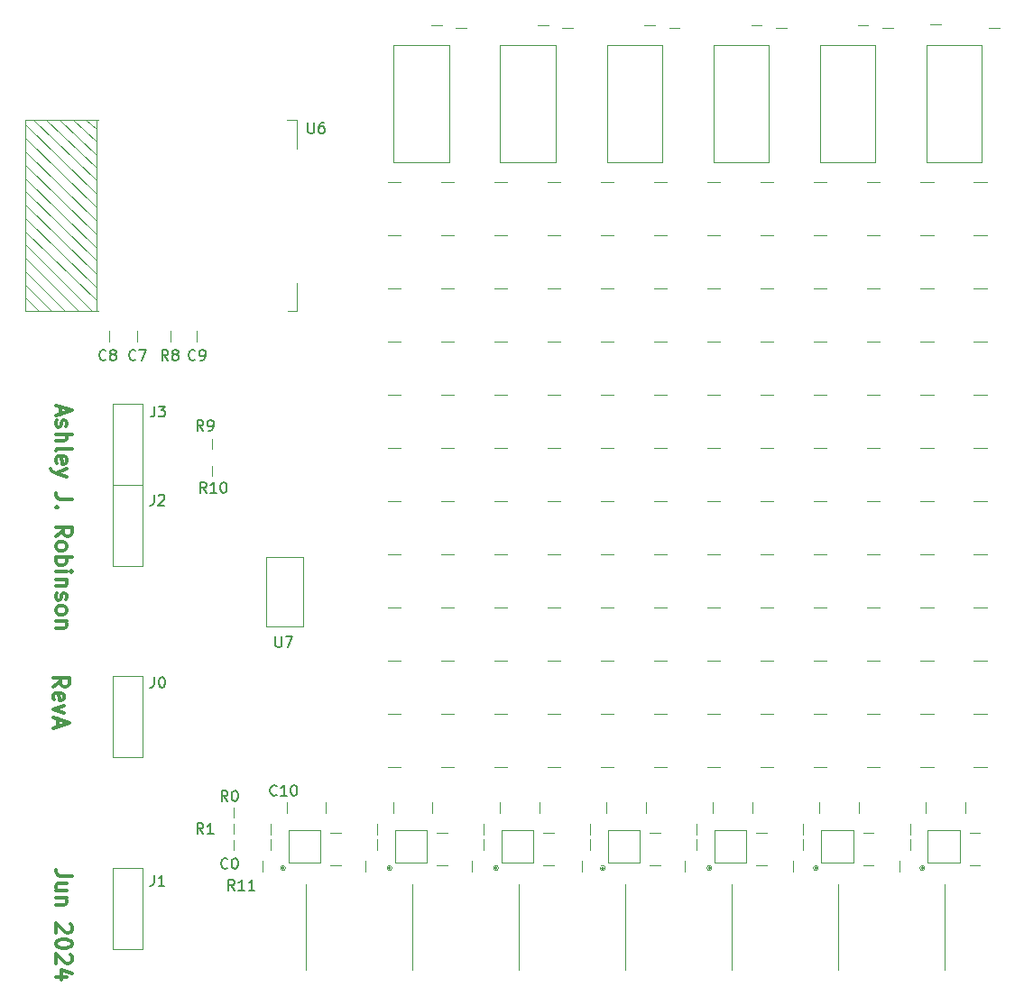
<source format=gbr>
G04 #@! TF.GenerationSoftware,KiCad,Pcbnew,(6.0.9-0)*
G04 #@! TF.CreationDate,2024-06-11T23:07:03+01:00*
G04 #@! TF.ProjectId,RailLed,5261696c-4c65-4642-9e6b-696361645f70,rev?*
G04 #@! TF.SameCoordinates,Original*
G04 #@! TF.FileFunction,Legend,Top*
G04 #@! TF.FilePolarity,Positive*
%FSLAX46Y46*%
G04 Gerber Fmt 4.6, Leading zero omitted, Abs format (unit mm)*
G04 Created by KiCad (PCBNEW (6.0.9-0)) date 2024-06-11 23:07:03*
%MOMM*%
%LPD*%
G01*
G04 APERTURE LIST*
%ADD10C,0.300000*%
%ADD11C,0.150000*%
%ADD12C,0.120000*%
G04 APERTURE END LIST*
D10*
X17990428Y-96651142D02*
X18704714Y-96151142D01*
X17990428Y-95794000D02*
X19490428Y-95794000D01*
X19490428Y-96365428D01*
X19419000Y-96508285D01*
X19347571Y-96579714D01*
X19204714Y-96651142D01*
X18990428Y-96651142D01*
X18847571Y-96579714D01*
X18776142Y-96508285D01*
X18704714Y-96365428D01*
X18704714Y-95794000D01*
X18061857Y-97865428D02*
X17990428Y-97722571D01*
X17990428Y-97436857D01*
X18061857Y-97294000D01*
X18204714Y-97222571D01*
X18776142Y-97222571D01*
X18919000Y-97294000D01*
X18990428Y-97436857D01*
X18990428Y-97722571D01*
X18919000Y-97865428D01*
X18776142Y-97936857D01*
X18633285Y-97936857D01*
X18490428Y-97222571D01*
X18990428Y-98436857D02*
X17990428Y-98794000D01*
X18990428Y-99151142D01*
X18419000Y-99651142D02*
X18419000Y-100365428D01*
X17990428Y-99508285D02*
X19490428Y-100008285D01*
X17990428Y-100508285D01*
X18673000Y-70343428D02*
X18673000Y-71057714D01*
X18244428Y-70200571D02*
X19744428Y-70700571D01*
X18244428Y-71200571D01*
X18315857Y-71629142D02*
X18244428Y-71772000D01*
X18244428Y-72057714D01*
X18315857Y-72200571D01*
X18458714Y-72272000D01*
X18530142Y-72272000D01*
X18673000Y-72200571D01*
X18744428Y-72057714D01*
X18744428Y-71843428D01*
X18815857Y-71700571D01*
X18958714Y-71629142D01*
X19030142Y-71629142D01*
X19173000Y-71700571D01*
X19244428Y-71843428D01*
X19244428Y-72057714D01*
X19173000Y-72200571D01*
X18244428Y-72914857D02*
X19744428Y-72914857D01*
X18244428Y-73557714D02*
X19030142Y-73557714D01*
X19173000Y-73486285D01*
X19244428Y-73343428D01*
X19244428Y-73129142D01*
X19173000Y-72986285D01*
X19101571Y-72914857D01*
X18244428Y-74486285D02*
X18315857Y-74343428D01*
X18458714Y-74272000D01*
X19744428Y-74272000D01*
X18315857Y-75629142D02*
X18244428Y-75486285D01*
X18244428Y-75200571D01*
X18315857Y-75057714D01*
X18458714Y-74986285D01*
X19030142Y-74986285D01*
X19173000Y-75057714D01*
X19244428Y-75200571D01*
X19244428Y-75486285D01*
X19173000Y-75629142D01*
X19030142Y-75700571D01*
X18887285Y-75700571D01*
X18744428Y-74986285D01*
X19244428Y-76200571D02*
X18244428Y-76557714D01*
X19244428Y-76914857D02*
X18244428Y-76557714D01*
X17887285Y-76414857D01*
X17815857Y-76343428D01*
X17744428Y-76200571D01*
X19744428Y-79057714D02*
X18673000Y-79057714D01*
X18458714Y-78986285D01*
X18315857Y-78843428D01*
X18244428Y-78629142D01*
X18244428Y-78486285D01*
X18387285Y-79772000D02*
X18315857Y-79843428D01*
X18244428Y-79772000D01*
X18315857Y-79700571D01*
X18387285Y-79772000D01*
X18244428Y-79772000D01*
X18244428Y-82486285D02*
X18958714Y-81986285D01*
X18244428Y-81629142D02*
X19744428Y-81629142D01*
X19744428Y-82200571D01*
X19673000Y-82343428D01*
X19601571Y-82414857D01*
X19458714Y-82486285D01*
X19244428Y-82486285D01*
X19101571Y-82414857D01*
X19030142Y-82343428D01*
X18958714Y-82200571D01*
X18958714Y-81629142D01*
X18244428Y-83343428D02*
X18315857Y-83200571D01*
X18387285Y-83129142D01*
X18530142Y-83057714D01*
X18958714Y-83057714D01*
X19101571Y-83129142D01*
X19173000Y-83200571D01*
X19244428Y-83343428D01*
X19244428Y-83557714D01*
X19173000Y-83700571D01*
X19101571Y-83772000D01*
X18958714Y-83843428D01*
X18530142Y-83843428D01*
X18387285Y-83772000D01*
X18315857Y-83700571D01*
X18244428Y-83557714D01*
X18244428Y-83343428D01*
X18244428Y-84486285D02*
X19744428Y-84486285D01*
X19173000Y-84486285D02*
X19244428Y-84629142D01*
X19244428Y-84914857D01*
X19173000Y-85057714D01*
X19101571Y-85129142D01*
X18958714Y-85200571D01*
X18530142Y-85200571D01*
X18387285Y-85129142D01*
X18315857Y-85057714D01*
X18244428Y-84914857D01*
X18244428Y-84629142D01*
X18315857Y-84486285D01*
X18244428Y-85843428D02*
X19244428Y-85843428D01*
X19744428Y-85843428D02*
X19673000Y-85772000D01*
X19601571Y-85843428D01*
X19673000Y-85914857D01*
X19744428Y-85843428D01*
X19601571Y-85843428D01*
X19244428Y-86557714D02*
X18244428Y-86557714D01*
X19101571Y-86557714D02*
X19173000Y-86629142D01*
X19244428Y-86772000D01*
X19244428Y-86986285D01*
X19173000Y-87129142D01*
X19030142Y-87200571D01*
X18244428Y-87200571D01*
X18315857Y-87843428D02*
X18244428Y-87986285D01*
X18244428Y-88272000D01*
X18315857Y-88414857D01*
X18458714Y-88486285D01*
X18530142Y-88486285D01*
X18673000Y-88414857D01*
X18744428Y-88272000D01*
X18744428Y-88057714D01*
X18815857Y-87914857D01*
X18958714Y-87843428D01*
X19030142Y-87843428D01*
X19173000Y-87914857D01*
X19244428Y-88057714D01*
X19244428Y-88272000D01*
X19173000Y-88414857D01*
X18244428Y-89343428D02*
X18315857Y-89200571D01*
X18387285Y-89129142D01*
X18530142Y-89057714D01*
X18958714Y-89057714D01*
X19101571Y-89129142D01*
X19173000Y-89200571D01*
X19244428Y-89343428D01*
X19244428Y-89557714D01*
X19173000Y-89700571D01*
X19101571Y-89772000D01*
X18958714Y-89843428D01*
X18530142Y-89843428D01*
X18387285Y-89772000D01*
X18315857Y-89700571D01*
X18244428Y-89557714D01*
X18244428Y-89343428D01*
X19244428Y-90486285D02*
X18244428Y-90486285D01*
X19101571Y-90486285D02*
X19173000Y-90557714D01*
X19244428Y-90700571D01*
X19244428Y-90914857D01*
X19172999Y-91057714D01*
X19030142Y-91129142D01*
X18244428Y-91129142D01*
X19744428Y-114427571D02*
X18673000Y-114427571D01*
X18458714Y-114356142D01*
X18315857Y-114213285D01*
X18244428Y-113999000D01*
X18244428Y-113856142D01*
X19244428Y-115784714D02*
X18244428Y-115784714D01*
X19244428Y-115141857D02*
X18458714Y-115141857D01*
X18315857Y-115213285D01*
X18244428Y-115356142D01*
X18244428Y-115570428D01*
X18315857Y-115713285D01*
X18387285Y-115784714D01*
X19244428Y-116499000D02*
X18244428Y-116499000D01*
X19101571Y-116499000D02*
X19173000Y-116570428D01*
X19244428Y-116713285D01*
X19244428Y-116927571D01*
X19173000Y-117070428D01*
X19030142Y-117141857D01*
X18244428Y-117141857D01*
X19601571Y-118927571D02*
X19673000Y-118999000D01*
X19744428Y-119141857D01*
X19744428Y-119499000D01*
X19673000Y-119641857D01*
X19601571Y-119713285D01*
X19458714Y-119784714D01*
X19315857Y-119784714D01*
X19101571Y-119713285D01*
X18244428Y-118856142D01*
X18244428Y-119784714D01*
X19744428Y-120713285D02*
X19744428Y-120856142D01*
X19673000Y-120999000D01*
X19601571Y-121070428D01*
X19458714Y-121141857D01*
X19173000Y-121213285D01*
X18815857Y-121213285D01*
X18530142Y-121141857D01*
X18387285Y-121070428D01*
X18315857Y-120999000D01*
X18244428Y-120856142D01*
X18244428Y-120713285D01*
X18315857Y-120570428D01*
X18387285Y-120499000D01*
X18530142Y-120427571D01*
X18815857Y-120356142D01*
X19173000Y-120356142D01*
X19458714Y-120427571D01*
X19601571Y-120499000D01*
X19673000Y-120570428D01*
X19744428Y-120713285D01*
X19601571Y-121784714D02*
X19673000Y-121856142D01*
X19744428Y-121999000D01*
X19744428Y-122356142D01*
X19673000Y-122499000D01*
X19601571Y-122570428D01*
X19458714Y-122641857D01*
X19315857Y-122641857D01*
X19101571Y-122570428D01*
X18244428Y-121713285D01*
X18244428Y-122641857D01*
X19244428Y-123927571D02*
X18244428Y-123927571D01*
X19815857Y-123570428D02*
X18744428Y-123213285D01*
X18744428Y-124141857D01*
D11*
X41910095Y-43648380D02*
X41910095Y-44457904D01*
X41957714Y-44553142D01*
X42005333Y-44600761D01*
X42100571Y-44648380D01*
X42291047Y-44648380D01*
X42386285Y-44600761D01*
X42433904Y-44553142D01*
X42481523Y-44457904D01*
X42481523Y-43648380D01*
X43386285Y-43648380D02*
X43195809Y-43648380D01*
X43100571Y-43696000D01*
X43052952Y-43743619D01*
X42957714Y-43886476D01*
X42910095Y-44076952D01*
X42910095Y-44457904D01*
X42957714Y-44553142D01*
X43005333Y-44600761D01*
X43100571Y-44648380D01*
X43291047Y-44648380D01*
X43386285Y-44600761D01*
X43433904Y-44553142D01*
X43481523Y-44457904D01*
X43481523Y-44219809D01*
X43433904Y-44124571D01*
X43386285Y-44076952D01*
X43291047Y-44029333D01*
X43100571Y-44029333D01*
X43005333Y-44076952D01*
X42957714Y-44124571D01*
X42910095Y-44219809D01*
X27479666Y-95718380D02*
X27479666Y-96432666D01*
X27432047Y-96575523D01*
X27336809Y-96670761D01*
X27193952Y-96718380D01*
X27098714Y-96718380D01*
X28146333Y-95718380D02*
X28241571Y-95718380D01*
X28336809Y-95766000D01*
X28384428Y-95813619D01*
X28432047Y-95908857D01*
X28479666Y-96099333D01*
X28479666Y-96337428D01*
X28432047Y-96527904D01*
X28384428Y-96623142D01*
X28336809Y-96670761D01*
X28241571Y-96718380D01*
X28146333Y-96718380D01*
X28051095Y-96670761D01*
X28003476Y-96623142D01*
X27955857Y-96527904D01*
X27908238Y-96337428D01*
X27908238Y-96099333D01*
X27955857Y-95908857D01*
X28003476Y-95813619D01*
X28051095Y-95766000D01*
X28146333Y-95718380D01*
X38862095Y-91908380D02*
X38862095Y-92717904D01*
X38909714Y-92813142D01*
X38957333Y-92860761D01*
X39052571Y-92908380D01*
X39243047Y-92908380D01*
X39338285Y-92860761D01*
X39385904Y-92813142D01*
X39433523Y-92717904D01*
X39433523Y-91908380D01*
X39814476Y-91908380D02*
X40481142Y-91908380D01*
X40052571Y-92908380D01*
X35009142Y-115768380D02*
X34675809Y-115292190D01*
X34437714Y-115768380D02*
X34437714Y-114768380D01*
X34818666Y-114768380D01*
X34913904Y-114816000D01*
X34961523Y-114863619D01*
X35009142Y-114958857D01*
X35009142Y-115101714D01*
X34961523Y-115196952D01*
X34913904Y-115244571D01*
X34818666Y-115292190D01*
X34437714Y-115292190D01*
X35961523Y-115768380D02*
X35390095Y-115768380D01*
X35675809Y-115768380D02*
X35675809Y-114768380D01*
X35580571Y-114911238D01*
X35485333Y-115006476D01*
X35390095Y-115054095D01*
X36913904Y-115768380D02*
X36342476Y-115768380D01*
X36628190Y-115768380D02*
X36628190Y-114768380D01*
X36532952Y-114911238D01*
X36437714Y-115006476D01*
X36342476Y-115054095D01*
X32377142Y-78430380D02*
X32043809Y-77954190D01*
X31805714Y-78430380D02*
X31805714Y-77430380D01*
X32186666Y-77430380D01*
X32281904Y-77478000D01*
X32329523Y-77525619D01*
X32377142Y-77620857D01*
X32377142Y-77763714D01*
X32329523Y-77858952D01*
X32281904Y-77906571D01*
X32186666Y-77954190D01*
X31805714Y-77954190D01*
X33329523Y-78430380D02*
X32758095Y-78430380D01*
X33043809Y-78430380D02*
X33043809Y-77430380D01*
X32948571Y-77573238D01*
X32853333Y-77668476D01*
X32758095Y-77716095D01*
X33948571Y-77430380D02*
X34043809Y-77430380D01*
X34139047Y-77478000D01*
X34186666Y-77525619D01*
X34234285Y-77620857D01*
X34281904Y-77811333D01*
X34281904Y-78049428D01*
X34234285Y-78239904D01*
X34186666Y-78335142D01*
X34139047Y-78382761D01*
X34043809Y-78430380D01*
X33948571Y-78430380D01*
X33853333Y-78382761D01*
X33805714Y-78335142D01*
X33758095Y-78239904D01*
X33710476Y-78049428D01*
X33710476Y-77811333D01*
X33758095Y-77620857D01*
X33805714Y-77525619D01*
X33853333Y-77478000D01*
X33948571Y-77430380D01*
X32091333Y-72588380D02*
X31758000Y-72112190D01*
X31519904Y-72588380D02*
X31519904Y-71588380D01*
X31900857Y-71588380D01*
X31996095Y-71636000D01*
X32043714Y-71683619D01*
X32091333Y-71778857D01*
X32091333Y-71921714D01*
X32043714Y-72016952D01*
X31996095Y-72064571D01*
X31900857Y-72112190D01*
X31519904Y-72112190D01*
X32567523Y-72588380D02*
X32758000Y-72588380D01*
X32853238Y-72540761D01*
X32900857Y-72493142D01*
X32996095Y-72350285D01*
X33043714Y-72159809D01*
X33043714Y-71778857D01*
X32996095Y-71683619D01*
X32948476Y-71636000D01*
X32853238Y-71588380D01*
X32662761Y-71588380D01*
X32567523Y-71636000D01*
X32519904Y-71683619D01*
X32472285Y-71778857D01*
X32472285Y-72016952D01*
X32519904Y-72112190D01*
X32567523Y-72159809D01*
X32662761Y-72207428D01*
X32853238Y-72207428D01*
X32948476Y-72159809D01*
X32996095Y-72112190D01*
X33043714Y-72016952D01*
X28789333Y-65984380D02*
X28456000Y-65508190D01*
X28217904Y-65984380D02*
X28217904Y-64984380D01*
X28598857Y-64984380D01*
X28694095Y-65032000D01*
X28741714Y-65079619D01*
X28789333Y-65174857D01*
X28789333Y-65317714D01*
X28741714Y-65412952D01*
X28694095Y-65460571D01*
X28598857Y-65508190D01*
X28217904Y-65508190D01*
X29360761Y-65412952D02*
X29265523Y-65365333D01*
X29217904Y-65317714D01*
X29170285Y-65222476D01*
X29170285Y-65174857D01*
X29217904Y-65079619D01*
X29265523Y-65032000D01*
X29360761Y-64984380D01*
X29551238Y-64984380D01*
X29646476Y-65032000D01*
X29694095Y-65079619D01*
X29741714Y-65174857D01*
X29741714Y-65222476D01*
X29694095Y-65317714D01*
X29646476Y-65365333D01*
X29551238Y-65412952D01*
X29360761Y-65412952D01*
X29265523Y-65460571D01*
X29217904Y-65508190D01*
X29170285Y-65603428D01*
X29170285Y-65793904D01*
X29217904Y-65889142D01*
X29265523Y-65936761D01*
X29360761Y-65984380D01*
X29551238Y-65984380D01*
X29646476Y-65936761D01*
X29694095Y-65889142D01*
X29741714Y-65793904D01*
X29741714Y-65603428D01*
X29694095Y-65508190D01*
X29646476Y-65460571D01*
X29551238Y-65412952D01*
X32091333Y-110452380D02*
X31758000Y-109976190D01*
X31519904Y-110452380D02*
X31519904Y-109452380D01*
X31900857Y-109452380D01*
X31996095Y-109500000D01*
X32043714Y-109547619D01*
X32091333Y-109642857D01*
X32091333Y-109785714D01*
X32043714Y-109880952D01*
X31996095Y-109928571D01*
X31900857Y-109976190D01*
X31519904Y-109976190D01*
X33043714Y-110452380D02*
X32472285Y-110452380D01*
X32758000Y-110452380D02*
X32758000Y-109452380D01*
X32662761Y-109595238D01*
X32567523Y-109690476D01*
X32472285Y-109738095D01*
X34377333Y-107386380D02*
X34044000Y-106910190D01*
X33805904Y-107386380D02*
X33805904Y-106386380D01*
X34186857Y-106386380D01*
X34282095Y-106434000D01*
X34329714Y-106481619D01*
X34377333Y-106576857D01*
X34377333Y-106719714D01*
X34329714Y-106814952D01*
X34282095Y-106862571D01*
X34186857Y-106910190D01*
X33805904Y-106910190D01*
X34996380Y-106386380D02*
X35091619Y-106386380D01*
X35186857Y-106434000D01*
X35234476Y-106481619D01*
X35282095Y-106576857D01*
X35329714Y-106767333D01*
X35329714Y-107005428D01*
X35282095Y-107195904D01*
X35234476Y-107291142D01*
X35186857Y-107338761D01*
X35091619Y-107386380D01*
X34996380Y-107386380D01*
X34901142Y-107338761D01*
X34853523Y-107291142D01*
X34805904Y-107195904D01*
X34758285Y-107005428D01*
X34758285Y-106767333D01*
X34805904Y-106576857D01*
X34853523Y-106481619D01*
X34901142Y-106434000D01*
X34996380Y-106386380D01*
X27505066Y-70292980D02*
X27505066Y-71007266D01*
X27457447Y-71150123D01*
X27362209Y-71245361D01*
X27219352Y-71292980D01*
X27124114Y-71292980D01*
X27886019Y-70292980D02*
X28505066Y-70292980D01*
X28171733Y-70673933D01*
X28314590Y-70673933D01*
X28409828Y-70721552D01*
X28457447Y-70769171D01*
X28505066Y-70864409D01*
X28505066Y-71102504D01*
X28457447Y-71197742D01*
X28409828Y-71245361D01*
X28314590Y-71292980D01*
X28028876Y-71292980D01*
X27933638Y-71245361D01*
X27886019Y-71197742D01*
X27454266Y-78598780D02*
X27454266Y-79313066D01*
X27406647Y-79455923D01*
X27311409Y-79551161D01*
X27168552Y-79598780D01*
X27073314Y-79598780D01*
X27882838Y-78694019D02*
X27930457Y-78646400D01*
X28025695Y-78598780D01*
X28263790Y-78598780D01*
X28359028Y-78646400D01*
X28406647Y-78694019D01*
X28454266Y-78789257D01*
X28454266Y-78884495D01*
X28406647Y-79027352D01*
X27835219Y-79598780D01*
X28454266Y-79598780D01*
X27454266Y-114336580D02*
X27454266Y-115050866D01*
X27406647Y-115193723D01*
X27311409Y-115288961D01*
X27168552Y-115336580D01*
X27073314Y-115336580D01*
X28454266Y-115336580D02*
X27882838Y-115336580D01*
X28168552Y-115336580D02*
X28168552Y-114336580D01*
X28073314Y-114479438D01*
X27978076Y-114574676D01*
X27882838Y-114622295D01*
X38981142Y-106783142D02*
X38933523Y-106830761D01*
X38790666Y-106878380D01*
X38695428Y-106878380D01*
X38552571Y-106830761D01*
X38457333Y-106735523D01*
X38409714Y-106640285D01*
X38362095Y-106449809D01*
X38362095Y-106306952D01*
X38409714Y-106116476D01*
X38457333Y-106021238D01*
X38552571Y-105926000D01*
X38695428Y-105878380D01*
X38790666Y-105878380D01*
X38933523Y-105926000D01*
X38981142Y-105973619D01*
X39933523Y-106878380D02*
X39362095Y-106878380D01*
X39647809Y-106878380D02*
X39647809Y-105878380D01*
X39552571Y-106021238D01*
X39457333Y-106116476D01*
X39362095Y-106164095D01*
X40552571Y-105878380D02*
X40647809Y-105878380D01*
X40743047Y-105926000D01*
X40790666Y-105973619D01*
X40838285Y-106068857D01*
X40885904Y-106259333D01*
X40885904Y-106497428D01*
X40838285Y-106687904D01*
X40790666Y-106783142D01*
X40743047Y-106830761D01*
X40647809Y-106878380D01*
X40552571Y-106878380D01*
X40457333Y-106830761D01*
X40409714Y-106783142D01*
X40362095Y-106687904D01*
X40314476Y-106497428D01*
X40314476Y-106259333D01*
X40362095Y-106068857D01*
X40409714Y-105973619D01*
X40457333Y-105926000D01*
X40552571Y-105878380D01*
X31329333Y-65889142D02*
X31281714Y-65936761D01*
X31138857Y-65984380D01*
X31043619Y-65984380D01*
X30900761Y-65936761D01*
X30805523Y-65841523D01*
X30757904Y-65746285D01*
X30710285Y-65555809D01*
X30710285Y-65412952D01*
X30757904Y-65222476D01*
X30805523Y-65127238D01*
X30900761Y-65032000D01*
X31043619Y-64984380D01*
X31138857Y-64984380D01*
X31281714Y-65032000D01*
X31329333Y-65079619D01*
X31805523Y-65984380D02*
X31996000Y-65984380D01*
X32091238Y-65936761D01*
X32138857Y-65889142D01*
X32234095Y-65746285D01*
X32281714Y-65555809D01*
X32281714Y-65174857D01*
X32234095Y-65079619D01*
X32186476Y-65032000D01*
X32091238Y-64984380D01*
X31900761Y-64984380D01*
X31805523Y-65032000D01*
X31757904Y-65079619D01*
X31710285Y-65174857D01*
X31710285Y-65412952D01*
X31757904Y-65508190D01*
X31805523Y-65555809D01*
X31900761Y-65603428D01*
X32091238Y-65603428D01*
X32186476Y-65555809D01*
X32234095Y-65508190D01*
X32281714Y-65412952D01*
X22947333Y-65889142D02*
X22899714Y-65936761D01*
X22756857Y-65984380D01*
X22661619Y-65984380D01*
X22518761Y-65936761D01*
X22423523Y-65841523D01*
X22375904Y-65746285D01*
X22328285Y-65555809D01*
X22328285Y-65412952D01*
X22375904Y-65222476D01*
X22423523Y-65127238D01*
X22518761Y-65032000D01*
X22661619Y-64984380D01*
X22756857Y-64984380D01*
X22899714Y-65032000D01*
X22947333Y-65079619D01*
X23518761Y-65412952D02*
X23423523Y-65365333D01*
X23375904Y-65317714D01*
X23328285Y-65222476D01*
X23328285Y-65174857D01*
X23375904Y-65079619D01*
X23423523Y-65032000D01*
X23518761Y-64984380D01*
X23709238Y-64984380D01*
X23804476Y-65032000D01*
X23852095Y-65079619D01*
X23899714Y-65174857D01*
X23899714Y-65222476D01*
X23852095Y-65317714D01*
X23804476Y-65365333D01*
X23709238Y-65412952D01*
X23518761Y-65412952D01*
X23423523Y-65460571D01*
X23375904Y-65508190D01*
X23328285Y-65603428D01*
X23328285Y-65793904D01*
X23375904Y-65889142D01*
X23423523Y-65936761D01*
X23518761Y-65984380D01*
X23709238Y-65984380D01*
X23804476Y-65936761D01*
X23852095Y-65889142D01*
X23899714Y-65793904D01*
X23899714Y-65603428D01*
X23852095Y-65508190D01*
X23804476Y-65460571D01*
X23709238Y-65412952D01*
X25741333Y-65889142D02*
X25693714Y-65936761D01*
X25550857Y-65984380D01*
X25455619Y-65984380D01*
X25312761Y-65936761D01*
X25217523Y-65841523D01*
X25169904Y-65746285D01*
X25122285Y-65555809D01*
X25122285Y-65412952D01*
X25169904Y-65222476D01*
X25217523Y-65127238D01*
X25312761Y-65032000D01*
X25455619Y-64984380D01*
X25550857Y-64984380D01*
X25693714Y-65032000D01*
X25741333Y-65079619D01*
X26074666Y-64984380D02*
X26741333Y-64984380D01*
X26312761Y-65984380D01*
X34377333Y-113641142D02*
X34329714Y-113688761D01*
X34186857Y-113736380D01*
X34091619Y-113736380D01*
X33948761Y-113688761D01*
X33853523Y-113593523D01*
X33805904Y-113498285D01*
X33758285Y-113307809D01*
X33758285Y-113164952D01*
X33805904Y-112974476D01*
X33853523Y-112879238D01*
X33948761Y-112784000D01*
X34091619Y-112736380D01*
X34186857Y-112736380D01*
X34329714Y-112784000D01*
X34377333Y-112831619D01*
X34996380Y-112736380D02*
X35091619Y-112736380D01*
X35186857Y-112784000D01*
X35234476Y-112831619D01*
X35282095Y-112926857D01*
X35329714Y-113117333D01*
X35329714Y-113355428D01*
X35282095Y-113545904D01*
X35234476Y-113641142D01*
X35186857Y-113688761D01*
X35091619Y-113736380D01*
X34996380Y-113736380D01*
X34901142Y-113688761D01*
X34853523Y-113641142D01*
X34805904Y-113545904D01*
X34758285Y-113355428D01*
X34758285Y-113117333D01*
X34805904Y-112926857D01*
X34853523Y-112831619D01*
X34901142Y-112784000D01*
X34996380Y-112736380D01*
D12*
X15360000Y-56363300D02*
X20360000Y-61363300D01*
X22060000Y-43363300D02*
X22260000Y-43363300D01*
X15385000Y-55113300D02*
X21610000Y-61338300D01*
X18610000Y-43363300D02*
X22060000Y-46688300D01*
X15385000Y-45113300D02*
X22085000Y-51613300D01*
X15370000Y-61363300D02*
X22060000Y-61363300D01*
X17335000Y-43363300D02*
X22060000Y-47888300D01*
X16610000Y-61338300D02*
X15360000Y-60063300D01*
X15370000Y-43363300D02*
X22060000Y-43363300D01*
X15360000Y-52638300D02*
X22060000Y-59138300D01*
X15410000Y-47613300D02*
X22110000Y-54113300D01*
X15385000Y-43863300D02*
X22085000Y-50363300D01*
X40870000Y-61363300D02*
X40870000Y-58713300D01*
X21060000Y-43363300D02*
X22035000Y-44238300D01*
X15370000Y-61363300D02*
X15370000Y-43363300D01*
X17860000Y-61363300D02*
X15385000Y-58913300D01*
X19835000Y-43363300D02*
X22060000Y-45413300D01*
X16110000Y-43363300D02*
X22060000Y-49113300D01*
X22060000Y-61363300D02*
X22060000Y-43363300D01*
X15385000Y-53863300D02*
X22085000Y-60363300D01*
X15360000Y-50113300D02*
X22060000Y-56613300D01*
X15385000Y-46388300D02*
X22085000Y-52888300D01*
X15360000Y-51363300D02*
X22060000Y-57863300D01*
X40835000Y-43363300D02*
X39960000Y-43363300D01*
X39985000Y-61363300D02*
X40870000Y-61363300D01*
X40870000Y-46113300D02*
X40870000Y-43363300D01*
X22060000Y-61363300D02*
X22260000Y-61363300D01*
X15385000Y-48888300D02*
X22085000Y-55388300D01*
X19110000Y-61338300D02*
X15360000Y-57613300D01*
X23600000Y-103270000D02*
X26400000Y-103270000D01*
X26400000Y-103270000D02*
X26400000Y-95670000D01*
X26400000Y-95670000D02*
X23600000Y-95670000D01*
X23600000Y-95670000D02*
X23600000Y-103270000D01*
X100070000Y-113150000D02*
X103070000Y-113150000D01*
X103070000Y-113150000D02*
X103070000Y-110150000D01*
X103070000Y-110150000D02*
X100070000Y-110150000D01*
X100070000Y-110150000D02*
X100070000Y-113150000D01*
X99620000Y-113675000D02*
G75*
G03*
X99620000Y-113675000I-50000J0D01*
G01*
X99697475Y-113675000D02*
G75*
G03*
X99697475Y-113675000I-127475J0D01*
G01*
X99795000Y-113675000D02*
G75*
G03*
X99795000Y-113675000I-225000J0D01*
G01*
X90070000Y-113150000D02*
X93070000Y-113150000D01*
X93070000Y-113150000D02*
X93070000Y-110150000D01*
X93070000Y-110150000D02*
X90070000Y-110150000D01*
X90070000Y-110150000D02*
X90070000Y-113150000D01*
X89620000Y-113675000D02*
G75*
G03*
X89620000Y-113675000I-50000J0D01*
G01*
X89697475Y-113675000D02*
G75*
G03*
X89697475Y-113675000I-127475J0D01*
G01*
X89795000Y-113675000D02*
G75*
G03*
X89795000Y-113675000I-225000J0D01*
G01*
X80070000Y-113150000D02*
X83070000Y-113150000D01*
X83070000Y-113150000D02*
X83070000Y-110150000D01*
X83070000Y-110150000D02*
X80070000Y-110150000D01*
X80070000Y-110150000D02*
X80070000Y-113150000D01*
X79620000Y-113675000D02*
G75*
G03*
X79620000Y-113675000I-50000J0D01*
G01*
X79697475Y-113675000D02*
G75*
G03*
X79697475Y-113675000I-127475J0D01*
G01*
X79795000Y-113675000D02*
G75*
G03*
X79795000Y-113675000I-225000J0D01*
G01*
X70070000Y-113150000D02*
X73070000Y-113150000D01*
X73070000Y-113150000D02*
X73070000Y-110150000D01*
X73070000Y-110150000D02*
X70070000Y-110150000D01*
X70070000Y-110150000D02*
X70070000Y-113150000D01*
X69620000Y-113675000D02*
G75*
G03*
X69620000Y-113675000I-50000J0D01*
G01*
X69697475Y-113675000D02*
G75*
G03*
X69697475Y-113675000I-127475J0D01*
G01*
X69795000Y-113675000D02*
G75*
G03*
X69795000Y-113675000I-225000J0D01*
G01*
X60070000Y-113150000D02*
X63070000Y-113150000D01*
X63070000Y-113150000D02*
X63070000Y-110150000D01*
X63070000Y-110150000D02*
X60070000Y-110150000D01*
X60070000Y-110150000D02*
X60070000Y-113150000D01*
X59620000Y-113675000D02*
G75*
G03*
X59620000Y-113675000I-50000J0D01*
G01*
X59697475Y-113675000D02*
G75*
G03*
X59697475Y-113675000I-127475J0D01*
G01*
X59795000Y-113675000D02*
G75*
G03*
X59795000Y-113675000I-225000J0D01*
G01*
X50070000Y-113150000D02*
X53070000Y-113150000D01*
X53070000Y-113150000D02*
X53070000Y-110150000D01*
X53070000Y-110150000D02*
X50070000Y-110150000D01*
X50070000Y-110150000D02*
X50070000Y-113150000D01*
X49620000Y-113675000D02*
G75*
G03*
X49620000Y-113675000I-50000J0D01*
G01*
X49697475Y-113675000D02*
G75*
G03*
X49697475Y-113675000I-127475J0D01*
G01*
X49795000Y-113675000D02*
G75*
G03*
X49795000Y-113675000I-225000J0D01*
G01*
X40070000Y-113150000D02*
X43070000Y-113150000D01*
X43070000Y-113150000D02*
X43070000Y-110150000D01*
X43070000Y-110150000D02*
X40070000Y-110150000D01*
X40070000Y-110150000D02*
X40070000Y-113150000D01*
X39620000Y-113675000D02*
G75*
G03*
X39620000Y-113675000I-50000J0D01*
G01*
X39697475Y-113675000D02*
G75*
G03*
X39697475Y-113675000I-127475J0D01*
G01*
X39795000Y-113675000D02*
G75*
G03*
X39795000Y-113675000I-225000J0D01*
G01*
X38000000Y-90950000D02*
X41500000Y-90950000D01*
X41500000Y-90950000D02*
X41500000Y-84450000D01*
X41500000Y-84450000D02*
X38000000Y-84450000D01*
X38000000Y-84450000D02*
X38000000Y-90950000D01*
X99950000Y-36375000D02*
X105150000Y-36375000D01*
X105150000Y-36375000D02*
X105150000Y-47375000D01*
X105150000Y-47375000D02*
X99950000Y-47375000D01*
X99950000Y-47375000D02*
X99950000Y-36375000D01*
X89950000Y-36375000D02*
X95150000Y-36375000D01*
X95150000Y-36375000D02*
X95150000Y-47375000D01*
X95150000Y-47375000D02*
X89950000Y-47375000D01*
X89950000Y-47375000D02*
X89950000Y-36375000D01*
X79950000Y-36375000D02*
X85150000Y-36375000D01*
X85150000Y-36375000D02*
X85150000Y-47375000D01*
X85150000Y-47375000D02*
X79950000Y-47375000D01*
X79950000Y-47375000D02*
X79950000Y-36375000D01*
X69950000Y-36375000D02*
X75150000Y-36375000D01*
X75150000Y-36375000D02*
X75150000Y-47375000D01*
X75150000Y-47375000D02*
X69950000Y-47375000D01*
X69950000Y-47375000D02*
X69950000Y-36375000D01*
X59950000Y-36375000D02*
X65150000Y-36375000D01*
X65150000Y-36375000D02*
X65150000Y-47375000D01*
X65150000Y-47375000D02*
X59950000Y-47375000D01*
X59950000Y-47375000D02*
X59950000Y-36375000D01*
X49950000Y-36375000D02*
X55150000Y-36375000D01*
X55150000Y-36375000D02*
X55150000Y-47375000D01*
X55150000Y-47375000D02*
X49950000Y-47375000D01*
X49950000Y-47375000D02*
X49950000Y-36375000D01*
X104000000Y-113400000D02*
X105000000Y-113400000D01*
X104000000Y-110400000D02*
X105000000Y-110400000D01*
X98400000Y-112000000D02*
X98400000Y-111000000D01*
X97398000Y-113000000D02*
X97398000Y-114000000D01*
X94000000Y-113400000D02*
X95000000Y-113400000D01*
X94000000Y-110400000D02*
X95000000Y-110400000D01*
X88400000Y-112000000D02*
X88400000Y-111000000D01*
X87468000Y-113000000D02*
X87468000Y-114000000D01*
X84000000Y-113400000D02*
X85000000Y-113400000D01*
X84000000Y-110400000D02*
X85000000Y-110400000D01*
X78400000Y-112000000D02*
X78400000Y-111000000D01*
X77308000Y-113000000D02*
X77308000Y-114000000D01*
X74000000Y-113400000D02*
X75000000Y-113400000D01*
X74000000Y-110400000D02*
X75000000Y-110400000D01*
X68400000Y-112000000D02*
X68400000Y-111000000D01*
X67656000Y-113000000D02*
X67656000Y-114000000D01*
X64000000Y-113400000D02*
X65000000Y-113400000D01*
X64000000Y-110400000D02*
X65000000Y-110400000D01*
X58400000Y-112000000D02*
X58400000Y-111000000D01*
X57266000Y-113000000D02*
X57266000Y-114000000D01*
X54000000Y-113400000D02*
X55000000Y-113400000D01*
X54000000Y-110400000D02*
X55000000Y-110400000D01*
X48400000Y-112000000D02*
X48400000Y-111000000D01*
X47336000Y-113000000D02*
X47336000Y-114000000D01*
X44000000Y-113400000D02*
X45000000Y-113400000D01*
X44000000Y-110400000D02*
X45000000Y-110400000D01*
X38400000Y-112000000D02*
X38400000Y-111000000D01*
X37684000Y-113000000D02*
X37684000Y-114000000D01*
X32904000Y-76880000D02*
X32904000Y-75880000D01*
X32904000Y-74340000D02*
X32904000Y-73340000D01*
X29026600Y-64235900D02*
X29026600Y-63235900D01*
X101338000Y-34406000D02*
X100338000Y-34406000D01*
X94500000Y-34500000D02*
X93500000Y-34500000D01*
X84500000Y-34500000D02*
X83500000Y-34500000D01*
X74500000Y-34500000D02*
X73500000Y-34500000D01*
X64500000Y-34500000D02*
X63500000Y-34500000D01*
X54500000Y-34500000D02*
X53500000Y-34500000D01*
X34936000Y-110482000D02*
X34936000Y-109482000D01*
X34936000Y-108958000D02*
X34936000Y-107958000D01*
X101695000Y-115200000D02*
X101695000Y-123200000D01*
X91695000Y-115200000D02*
X91695000Y-123200000D01*
X81695000Y-115200000D02*
X81695000Y-123200000D01*
X71695000Y-115200000D02*
X71695000Y-123200000D01*
X61695000Y-115200000D02*
X61695000Y-123200000D01*
X51695000Y-115200000D02*
X51695000Y-123200000D01*
X41695000Y-115200000D02*
X41695000Y-123200000D01*
X23600000Y-77650000D02*
X26400000Y-77650000D01*
X26400000Y-77650000D02*
X26400000Y-70050000D01*
X26400000Y-70050000D02*
X23600000Y-70050000D01*
X23600000Y-70050000D02*
X23600000Y-77650000D01*
X23600000Y-85270000D02*
X26400000Y-85270000D01*
X26400000Y-85270000D02*
X26400000Y-77670000D01*
X26400000Y-77670000D02*
X23600000Y-77670000D01*
X23600000Y-77670000D02*
X23600000Y-85270000D01*
X23600000Y-121270000D02*
X26400000Y-121270000D01*
X26400000Y-121270000D02*
X26400000Y-113670000D01*
X26400000Y-113670000D02*
X23600000Y-113670000D01*
X23600000Y-113670000D02*
X23600000Y-121270000D01*
X104400000Y-104200000D02*
X105600000Y-104200000D01*
X104400000Y-99200000D02*
X105600000Y-99200000D01*
X104400000Y-94200000D02*
X105600000Y-94200000D01*
X104400000Y-89200000D02*
X105600000Y-89200000D01*
X104400000Y-84200000D02*
X105600000Y-84200000D01*
X104400000Y-79200000D02*
X105600000Y-79200000D01*
X104400000Y-74200000D02*
X105600000Y-74200000D01*
X104400000Y-69200000D02*
X105600000Y-69200000D01*
X104400000Y-64200000D02*
X105600000Y-64200000D01*
X104400000Y-59200000D02*
X105600000Y-59200000D01*
X104400000Y-54200000D02*
X105600000Y-54200000D01*
X104400000Y-49200000D02*
X105600000Y-49200000D01*
X99400000Y-49200000D02*
X100600000Y-49200000D01*
X99400000Y-54200000D02*
X100600000Y-54200000D01*
X99400000Y-59200000D02*
X100600000Y-59200000D01*
X99400000Y-64200000D02*
X100600000Y-64200000D01*
X99400000Y-69200000D02*
X100600000Y-69200000D01*
X99400000Y-74200000D02*
X100600000Y-74200000D01*
X99400000Y-79200000D02*
X100600000Y-79200000D01*
X99400000Y-84200000D02*
X100600000Y-84200000D01*
X99400000Y-89200000D02*
X100600000Y-89200000D01*
X99400000Y-94200000D02*
X100600000Y-94200000D01*
X99400000Y-99200000D02*
X100600000Y-99200000D01*
X99400000Y-104200000D02*
X100600000Y-104200000D01*
X94400000Y-104200000D02*
X95600000Y-104200000D01*
X94400000Y-99200000D02*
X95600000Y-99200000D01*
X94400000Y-94200000D02*
X95600000Y-94200000D01*
X94400000Y-89200000D02*
X95600000Y-89200000D01*
X94400000Y-84200000D02*
X95600000Y-84200000D01*
X94400000Y-79200000D02*
X95600000Y-79200000D01*
X94400000Y-74200000D02*
X95600000Y-74200000D01*
X94400000Y-69200000D02*
X95600000Y-69200000D01*
X94400000Y-64200000D02*
X95600000Y-64200000D01*
X94400000Y-59200000D02*
X95600000Y-59200000D01*
X94400000Y-54200000D02*
X95600000Y-54200000D01*
X94400000Y-49200000D02*
X95600000Y-49200000D01*
X89400000Y-49200000D02*
X90600000Y-49200000D01*
X89400000Y-54200000D02*
X90600000Y-54200000D01*
X89400000Y-59200000D02*
X90600000Y-59200000D01*
X89400000Y-64200000D02*
X90600000Y-64200000D01*
X89400000Y-69200000D02*
X90600000Y-69200000D01*
X89400000Y-74200000D02*
X90600000Y-74200000D01*
X89400000Y-79200000D02*
X90600000Y-79200000D01*
X89400000Y-84200000D02*
X90600000Y-84200000D01*
X89400000Y-89200000D02*
X90600000Y-89200000D01*
X89400000Y-94200000D02*
X90600000Y-94200000D01*
X89400000Y-99200000D02*
X90600000Y-99200000D01*
X89400000Y-104200000D02*
X90600000Y-104200000D01*
X84400000Y-104200000D02*
X85600000Y-104200000D01*
X84400000Y-99200000D02*
X85600000Y-99200000D01*
X84400000Y-94200000D02*
X85600000Y-94200000D01*
X84400000Y-89200000D02*
X85600000Y-89200000D01*
X84400000Y-84200000D02*
X85600000Y-84200000D01*
X84400000Y-79200000D02*
X85600000Y-79200000D01*
X84400000Y-74200000D02*
X85600000Y-74200000D01*
X84400000Y-69200000D02*
X85600000Y-69200000D01*
X84400000Y-64200000D02*
X85600000Y-64200000D01*
X84400000Y-59200000D02*
X85600000Y-59200000D01*
X84400000Y-54200000D02*
X85600000Y-54200000D01*
X84400000Y-49200000D02*
X85600000Y-49200000D01*
X79400000Y-49200000D02*
X80600000Y-49200000D01*
X79400000Y-54200000D02*
X80600000Y-54200000D01*
X79400000Y-59200000D02*
X80600000Y-59200000D01*
X79400000Y-64200000D02*
X80600000Y-64200000D01*
X79400000Y-69200000D02*
X80600000Y-69200000D01*
X79400000Y-74200000D02*
X80600000Y-74200000D01*
X79400000Y-79200000D02*
X80600000Y-79200000D01*
X79400000Y-84200000D02*
X80600000Y-84200000D01*
X79400000Y-89200000D02*
X80600000Y-89200000D01*
X79400000Y-94200000D02*
X80600000Y-94200000D01*
X79400000Y-99200000D02*
X80600000Y-99200000D01*
X79400000Y-104200000D02*
X80600000Y-104200000D01*
X74400000Y-104200000D02*
X75600000Y-104200000D01*
X74400000Y-99200000D02*
X75600000Y-99200000D01*
X74400000Y-94200000D02*
X75600000Y-94200000D01*
X74400000Y-89200000D02*
X75600000Y-89200000D01*
X74400000Y-84200000D02*
X75600000Y-84200000D01*
X74400000Y-79200000D02*
X75600000Y-79200000D01*
X74400000Y-74200000D02*
X75600000Y-74200000D01*
X74400000Y-69200000D02*
X75600000Y-69200000D01*
X74400000Y-64200000D02*
X75600000Y-64200000D01*
X74400000Y-59200000D02*
X75600000Y-59200000D01*
X74400000Y-54200000D02*
X75600000Y-54200000D01*
X74400000Y-49200000D02*
X75600000Y-49200000D01*
X69400000Y-49200000D02*
X70600000Y-49200000D01*
X69400000Y-54200000D02*
X70600000Y-54200000D01*
X69400000Y-59200000D02*
X70600000Y-59200000D01*
X69400000Y-64200000D02*
X70600000Y-64200000D01*
X69400000Y-69200000D02*
X70600000Y-69200000D01*
X69400000Y-74200000D02*
X70600000Y-74200000D01*
X69400000Y-79200000D02*
X70600000Y-79200000D01*
X69400000Y-84200000D02*
X70600000Y-84200000D01*
X69400000Y-89200000D02*
X70600000Y-89200000D01*
X69400000Y-94200000D02*
X70600000Y-94200000D01*
X69400000Y-99200000D02*
X70600000Y-99200000D01*
X69400000Y-104200000D02*
X70600000Y-104200000D01*
X64400000Y-104200000D02*
X65600000Y-104200000D01*
X64400000Y-99200000D02*
X65600000Y-99200000D01*
X64400000Y-94200000D02*
X65600000Y-94200000D01*
X64400000Y-89200000D02*
X65600000Y-89200000D01*
X64400000Y-84200000D02*
X65600000Y-84200000D01*
X64400000Y-79200000D02*
X65600000Y-79200000D01*
X64400000Y-74200000D02*
X65600000Y-74200000D01*
X64400000Y-69200000D02*
X65600000Y-69200000D01*
X64400000Y-64200000D02*
X65600000Y-64200000D01*
X64400000Y-59200000D02*
X65600000Y-59200000D01*
X64400000Y-54200000D02*
X65600000Y-54200000D01*
X64400000Y-49200000D02*
X65600000Y-49200000D01*
X59400000Y-49200000D02*
X60600000Y-49200000D01*
X59400000Y-54200000D02*
X60600000Y-54200000D01*
X59400000Y-59200000D02*
X60600000Y-59200000D01*
X59400000Y-64200000D02*
X60600000Y-64200000D01*
X59400000Y-69200000D02*
X60600000Y-69200000D01*
X59400000Y-74200000D02*
X60600000Y-74200000D01*
X59400000Y-79200000D02*
X60600000Y-79200000D01*
X59400000Y-84200000D02*
X60600000Y-84200000D01*
X59400000Y-89200000D02*
X60600000Y-89200000D01*
X59400000Y-94200000D02*
X60600000Y-94200000D01*
X59400000Y-99200000D02*
X60600000Y-99200000D01*
X59400000Y-104200000D02*
X60600000Y-104200000D01*
X54400000Y-104200000D02*
X55600000Y-104200000D01*
X54400000Y-99200000D02*
X55600000Y-99200000D01*
X54400000Y-94200000D02*
X55600000Y-94200000D01*
X54400000Y-89200000D02*
X55600000Y-89200000D01*
X54400000Y-84200000D02*
X55600000Y-84200000D01*
X54400000Y-79200000D02*
X55600000Y-79200000D01*
X54400000Y-74200000D02*
X55600000Y-74200000D01*
X54400000Y-69200000D02*
X55600000Y-69200000D01*
X54400000Y-64200000D02*
X55600000Y-64200000D01*
X54400000Y-59200000D02*
X55600000Y-59200000D01*
X54400000Y-54200000D02*
X55600000Y-54200000D01*
X54400000Y-49200000D02*
X55600000Y-49200000D01*
X49400000Y-49200000D02*
X50600000Y-49200000D01*
X49400000Y-54200000D02*
X50600000Y-54200000D01*
X49400000Y-59200000D02*
X50600000Y-59200000D01*
X49400000Y-64200000D02*
X50600000Y-64200000D01*
X49400000Y-69200000D02*
X50600000Y-69200000D01*
X49400000Y-74200000D02*
X50600000Y-74200000D01*
X49400000Y-79200000D02*
X50600000Y-79200000D01*
X49400000Y-84200000D02*
X50600000Y-84200000D01*
X49400000Y-89200000D02*
X50600000Y-89200000D01*
X49400000Y-94200000D02*
X50600000Y-94200000D01*
X49400000Y-99200000D02*
X50600000Y-99200000D01*
X49400000Y-104200000D02*
X50600000Y-104200000D01*
X103600000Y-107500000D02*
X103600000Y-108500000D01*
X98400000Y-110500000D02*
X98400000Y-109500000D01*
X99900000Y-108500000D02*
X99900000Y-107500000D01*
X93600000Y-107500000D02*
X93600000Y-108500000D01*
X88400000Y-110500000D02*
X88400000Y-109500000D01*
X89900000Y-108500000D02*
X89900000Y-107500000D01*
X83600000Y-107500000D02*
X83600000Y-108500000D01*
X78400000Y-110500000D02*
X78400000Y-109500000D01*
X79900000Y-108500000D02*
X79900000Y-107500000D01*
X73600000Y-107500000D02*
X73600000Y-108500000D01*
X68400000Y-110500000D02*
X68400000Y-109500000D01*
X69900000Y-108500000D02*
X69900000Y-107500000D01*
X63600000Y-107500000D02*
X63600000Y-108500000D01*
X58400000Y-110500000D02*
X58400000Y-109500000D01*
X59900000Y-108500000D02*
X59900000Y-107500000D01*
X53600000Y-107500000D02*
X53600000Y-108500000D01*
X48400000Y-110500000D02*
X48400000Y-109500000D01*
X49900000Y-108500000D02*
X49900000Y-107500000D01*
X43600000Y-107500000D02*
X43600000Y-108500000D01*
X38400000Y-110500000D02*
X38400000Y-109500000D01*
X39900000Y-108500000D02*
X39900000Y-107500000D01*
X31469800Y-63235900D02*
X31469800Y-64235900D01*
X23272800Y-64235900D02*
X23272800Y-63235900D01*
X25856400Y-63235900D02*
X25856400Y-64235900D01*
X105800000Y-34800000D02*
X106800000Y-34800000D01*
X95800000Y-34800000D02*
X96800000Y-34800000D01*
X85800000Y-34800000D02*
X86800000Y-34800000D01*
X75800000Y-34800000D02*
X76800000Y-34800000D01*
X65800000Y-34800000D02*
X66800000Y-34800000D01*
X55800000Y-34800000D02*
X56800000Y-34800000D01*
X34936000Y-112006000D02*
X34936000Y-111006000D01*
M02*

</source>
